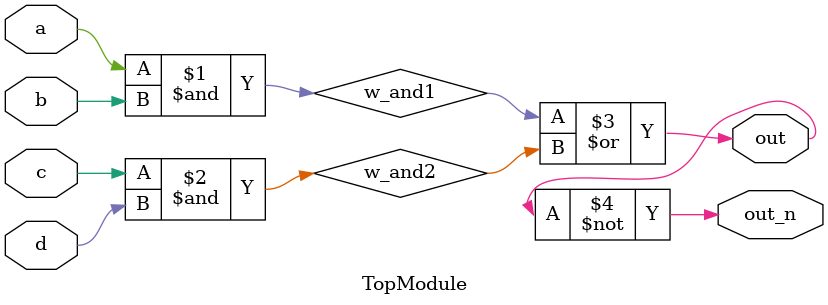
<source format=sv>


module TopModule (
    input  a,    // first input
    input  b,    // second input
    input  c,    // third input
    input  d,    // fourth input
    output out,  // OR of the two AND results
    output out_n // inverted value of `out`
);

    // -----------------
    // 1st layer: AND gates
    // -----------------
    wire w_and1;   // output of a & b
    wire w_and2;   // output of c & d

    and  (w_and1, a, b);   // w_and1 = a & b
    and  (w_and2, c, d);   // w_and2 = c & d

    // -----------------
    // 2nd layer: OR gate
    // -----------------
    or   (out, w_and1, w_and2);   // out = w_and1 | w_and2

    // -----------------
    // Invert the output
    // -----------------
    not  (out_n, out);   // out_n = ~out

endmodule

// VERILOG-EVAL: errant inclusion of module definition

</source>
